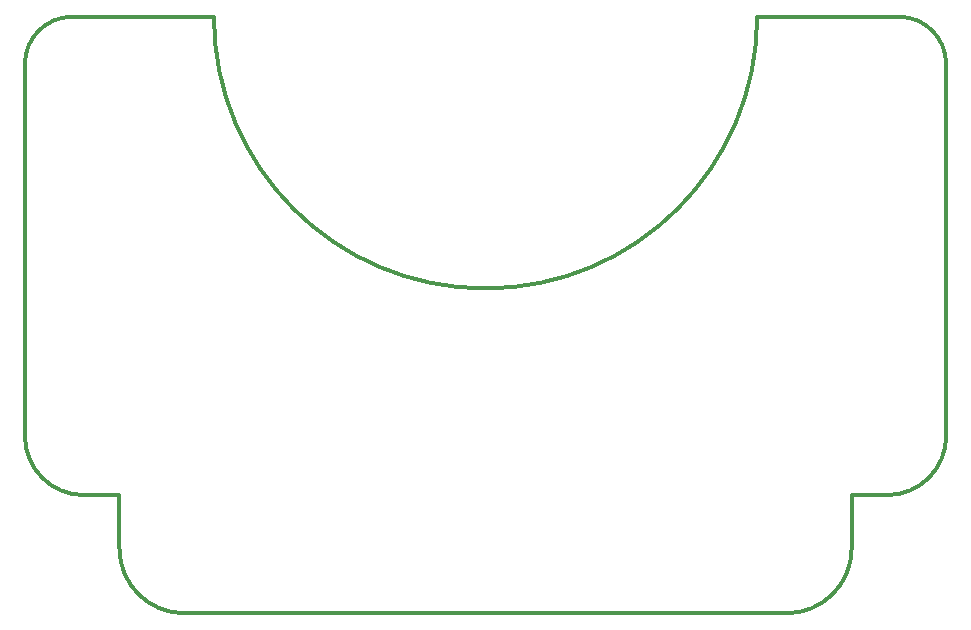
<source format=gbr>
G04 #@! TF.GenerationSoftware,KiCad,Pcbnew,(5.1.7)-1*
G04 #@! TF.CreationDate,2021-11-30T18:20:46-06:00*
G04 #@! TF.ProjectId,InternalAmpLM386,496e7465-726e-4616-9c41-6d704c4d3338,rev?*
G04 #@! TF.SameCoordinates,Original*
G04 #@! TF.FileFunction,Profile,NP*
%FSLAX46Y46*%
G04 Gerber Fmt 4.6, Leading zero omitted, Abs format (unit mm)*
G04 Created by KiCad (PCBNEW (5.1.7)-1) date 2021-11-30 18:20:46*
%MOMM*%
%LPD*%
G01*
G04 APERTURE LIST*
G04 #@! TA.AperFunction,Profile*
%ADD10C,0.300000*%
G04 #@! TD*
G04 APERTURE END LIST*
D10*
X165000000Y-80000000D02*
G75*
G02*
X169000000Y-84000000I0J-4000000D01*
G01*
X91000000Y-84000000D02*
G75*
G02*
X95000000Y-80000000I4000000J0D01*
G01*
X96000000Y-120500000D02*
G75*
G02*
X91000000Y-115500000I0J5000000D01*
G01*
X169000000Y-115500000D02*
G75*
G02*
X164000000Y-120500000I-5000000J0D01*
G01*
X161000000Y-125000000D02*
G75*
G02*
X155500000Y-130500000I-5500000J0D01*
G01*
X104500000Y-130500000D02*
G75*
G02*
X99000000Y-125000000I0J5500000D01*
G01*
X91000000Y-115500000D02*
X91000000Y-84000000D01*
X99000000Y-120500000D02*
X96000000Y-120500000D01*
X99000000Y-120500000D02*
X99000000Y-125000000D01*
X104500000Y-130500000D02*
X155500000Y-130500000D01*
X161000000Y-120500000D02*
X161000000Y-125000000D01*
X164000000Y-120500000D02*
X161000000Y-120500000D01*
X107000000Y-80000000D02*
X95000000Y-80000000D01*
X169000000Y-84000000D02*
X169000000Y-115500000D01*
X153000000Y-80000000D02*
X165000000Y-80000000D01*
X153000000Y-80000000D02*
G75*
G02*
X107000000Y-80000000I-23000000J0D01*
G01*
M02*

</source>
